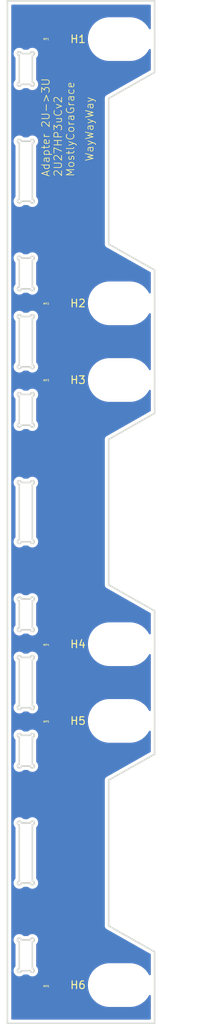
<source format=kicad_pcb>
(kicad_pcb (version 20241229) (generator "pcbnew") (generator_version "9.0")
  (layers (0 "F.Cu" signal) (2 "B.Cu" signal) (13 "F.Paste" user) (15 "B.Paste" user) (5 "F.SilkS" user "F.Silkscreen") (7 "B.SilkS" user "B.Silkscreen") (1 "F.Mask" user) (3 "B.Mask" user) (25 "Edge.Cuts" user))
  (net 0 "")
  (footprint "EXC:MountingHole_5.2mm_M5" (layer "F.Cu") (at 13.1 128.35)
    (property "Reference" "H6" (at -4.35 0 0) (layer "F.SilkS") (effects (justify right)))
    (property "Value" "Eurorack_M5_MountingHole")
    (pad "" np_thru_hole oval (at 0 0) (size 7.8 5.2) (drill oval 7.8 5.2) (layers "*.Cu" "*.Mask"))
  )
  (footprint "EXC:MountingHole_5.2mm_M5" (layer "F.Cu") (at 13.1 49.45)
    (property "Reference" "H3" (at -4.35 0 0) (layer "F.SilkS") (effects (justify right)))
    (property "Value" "Eurorack_M5_MountingHole")
    (pad "" np_thru_hole oval (at 0 0) (size 7.8 5.2) (drill oval 7.8 5.2) (layers "*.Cu" "*.Mask"))
  )
  (footprint "EXC:SolderWirePad_1x01_SMD_1x2mm" (layer "F.Cu") (at 2.3 93.9)
    (property "Reference" "MP5" (at 1.2 0.1 180) (layer "F.SilkS") (effects (font (size 0.25 0.25) (thickness 0.05) (bold yes))))
    (property "Value" "Mechanical_Pad_Solder_Linkage")
    (pad "1" smd roundrect (at 0 0) (size 1 2) (layers "F.Cu" "F.Mask" "F.Paste"))
  )
  (footprint "EXC:MountingHole_5.2mm_M5" (layer "F.Cu") (at 13.1 93.9)
    (property "Reference" "H5" (at -4.35 0 0) (layer "F.SilkS") (effects (justify right)))
    (property "Value" "Eurorack_M5_MountingHole")
    (pad "" np_thru_hole oval (at 0 0) (size 7.8 5.2) (drill oval 7.8 5.2) (layers "*.Cu" "*.Mask"))
  )
  (footprint "EXC:SolderWirePad_1x01_SMD_1x2mm" (layer "F.Cu") (at 2.3 83.9)
    (property "Reference" "MP4" (at 1.2 0.1 180) (layer "F.SilkS") (effects (font (size 0.25 0.25) (thickness 0.05) (bold yes))))
    (property "Value" "Mechanical_Pad_Solder_Linkage")
    (pad "1" smd roundrect (at 0 0) (size 1 2) (layers "F.Cu" "F.Mask" "F.Paste"))
  )
  (footprint "EXC:MountingHole_5.2mm_M5" (layer "F.Cu") (at 13.1 39.45)
    (property "Reference" "H2" (at -4.35 0 0) (layer "F.SilkS") (effects (justify right)))
    (property "Value" "Eurorack_M5_MountingHole")
    (pad "" np_thru_hole oval (at 0 0) (size 7.8 5.2) (drill oval 7.8 5.2) (layers "*.Cu" "*.Mask"))
  )
  (footprint "EXC:SolderWirePad_1x01_SMD_1x2mm" (layer "F.Cu") (at 2.3 5)
    (property "Reference" "MP1" (at 1.2 0 180) (layer "F.SilkS") (effects (font (size 0.25 0.25) (thickness 0.05) (bold yes))))
    (property "Value" "Mechanical_Pad_Solder_Linkage")
    (pad "1" smd roundrect (at 0 0) (size 1 2) (layers "F.Cu" "F.Mask" "F.Paste"))
  )
  (footprint "EXC:SolderWirePad_1x01_SMD_1x2mm" (layer "F.Cu") (at 2.3 49.45)
    (property "Reference" "MP3" (at 1.2 0.05 180) (layer "F.SilkS") (effects (font (size 0.25 0.25) (thickness 0.05) (bold yes))))
    (property "Value" "Mechanical_Pad_Solder_Linkage")
    (pad "1" smd roundrect (at 0 0) (size 1 2) (layers "F.Cu" "F.Mask" "F.Paste"))
  )
  (footprint "EXC:SolderWirePad_1x01_SMD_1x2mm" (layer "F.Cu") (at 2.3 39.45)
    (property "Reference" "MP2" (at 1.2 0.05 180) (layer "F.SilkS") (effects (font (size 0.25 0.25) (thickness 0.05) (bold yes))))
    (property "Value" "Mechanical_Pad_Solder_Linkage")
    (pad "1" smd roundrect (at 0 0) (size 1 2) (layers "F.Cu" "F.Mask" "F.Paste"))
  )
  (footprint "EXC:MountingHole_5.2mm_M5" (layer "F.Cu") (at 13.1 83.9)
    (property "Reference" "H4" (at -4.35 0 0) (layer "F.SilkS") (effects (justify right)))
    (property "Value" "Eurorack_M5_MountingHole")
    (pad "" np_thru_hole oval (at 0 0) (size 7.8 5.2) (drill oval 7.8 5.2) (layers "*.Cu" "*.Mask"))
  )
  (footprint "EXC:MountingHole_5.2mm_M5" (layer "F.Cu") (at 13.1 5)
    (property "Reference" "H1" (at -4.35 0 0) (layer "F.SilkS") (effects (justify right)))
    (property "Value" "Eurorack_M5_MountingHole")
    (pad "" np_thru_hole oval (at 0 0) (size 7.8 5.2) (drill oval 7.8 5.2) (layers "*.Cu" "*.Mask"))
  )
  (footprint "EXC:SolderWirePad_1x01_SMD_1x2mm" (layer "F.Cu") (at 2.3 128.35)
    (property "Reference" "MP6" (at 1.2 0.15 180) (layer "F.SilkS") (effects (font (size 0.25 0.25) (thickness 0.05) (bold yes))))
    (property "Value" "Mechanical_Pad_Solder_Linkage")
    (pad "1" smd roundrect (at 0 0) (size 1 2) (layers "F.Cu" "F.Mask" "F.Paste"))
  )
  (gr_arc (start 1.7 114.785) (mid 1.876777 115.211777) (end 1.45 115.035) (stroke (width 0.2)) (layer "Edge.Cuts"))
  (gr_arc (start 1.7 70.285) (mid 1.876777 70.711777) (end 1.45 70.535) (stroke (width 0.2)) (layer "Edge.Cuts"))
  (gr_line (start 17.65 35.1131) (end 17.65 53.7869) (stroke (width 0.2)) (layer "Edge.Cuts"))
  (gr_line (start 0.25 18.315) (end 1.45 18.315) (stroke (width 0.2)) (layer "Edge.Cuts"))
  (gr_arc (start 0.25 99.795) (mid -0.176777 99.971777) (end 0 99.545) (stroke (width 0.2)) (layer "Edge.Cuts"))
  (gr_line (start 0.25 82.015) (end 1.45 82.015) (stroke (width 0.2)) (layer "Edge.Cuts"))
  (gr_arc (start 1.7 126.215) (mid 1.876777 126.641777) (end 1.45 126.465) (stroke (width 0.2)) (layer "Edge.Cuts"))
  (gr_line (start 17.65 124.013) (end 17.65 133.35) (stroke (width 0.2)) (layer "Edge.Cuts"))
  (gr_line (start 0.25 78.005) (end 1.45 78.005) (stroke (width 0.2)) (layer "Edge.Cuts"))
  (gr_line (start 0 107.465) (end 0 114.785) (stroke (width 0.2)) (layer "Edge.Cuts"))
  (gr_line (start 0.25 41.175) (end 1.45 41.175) (stroke (width 0.2)) (layer "Edge.Cuts"))
  (gr_line (start 11.65 57.2019) (end 11.65 76.1481) (stroke (width 0.2)) (layer "Edge.Cuts"))
  (gr_arc (start 1.45 122.455) (mid 1.876777 122.278223) (end 1.7 122.705) (stroke (width 0.2)) (layer "Edge.Cuts"))
  (gr_line (start 17.65 98.2369) (end 11.65 101.633) (stroke (width 0.2)) (layer "Edge.Cuts"))
  (gr_line (start 1.7 122.705) (end 1.7 126.215) (stroke (width 0.2)) (layer "Edge.Cuts"))
  (gr_arc (start 0.25 26.135) (mid -0.176777 26.311777) (end 0 25.885) (stroke (width 0.2)) (layer "Edge.Cuts"))
  (gr_arc (start 1.7 55.095) (mid 1.876777 55.521777) (end 1.45 55.345) (stroke (width 0.2)) (layer "Edge.Cuts"))
  (gr_arc (start 1.45 41.175) (mid 1.876777 40.998223) (end 1.7 41.425) (stroke (width 0.2)) (layer "Edge.Cuts"))
  (gr_arc (start 1.45 78.005) (mid 1.876777 77.828223) (end 1.7 78.255) (stroke (width 0.2)) (layer "Edge.Cuts"))
  (gr_line (start 11.65 31.7169) (end 17.65 35.1131) (stroke (width 0.2)) (layer "Edge.Cuts"))
  (gr_line (start 1.7 41.425) (end 1.7 47.475) (stroke (width 0.2)) (layer "Edge.Cuts"))
  (gr_line (start 11.65 76.1481) (end 17.65 79.5631) (stroke (width 0.2)) (layer "Edge.Cuts"))
  (gr_line (start 1.7 7.135) (end 1.7 10.645) (stroke (width 0.2)) (layer "Edge.Cuts"))
  (gr_line (start 1.7 63.0651) (end 1.7 70.285) (stroke (width 0.2)) (layer "Edge.Cuts"))
  (gr_arc (start 0.25 10.895) (mid -0.176777 11.071777) (end 0 10.645) (stroke (width 0.2)) (layer "Edge.Cuts"))
  (gr_arc (start 1.7 91.925) (mid 1.876777 92.351777) (end 1.45 92.175) (stroke (width 0.2)) (layer "Edge.Cuts"))
  (gr_arc (start 1.7 37.315) (mid 1.876777 37.741777) (end 1.45 37.565) (stroke (width 0.2)) (layer "Edge.Cuts"))
  (gr_arc (start 0.25 37.565) (mid -0.176777 37.741777) (end 0 37.315) (stroke (width 0.2)) (layer "Edge.Cuts"))
  (gr_line (start -1.55 0) (end -1.55 133.35) (stroke (width 0.2)) (layer "Edge.Cuts"))
  (gr_line (start 11.65 12.733) (end 11.65 31.7169) (stroke (width 0.2)) (layer "Edge.Cuts"))
  (gr_line (start 0.25 99.795) (end 1.45 99.795) (stroke (width 0.2)) (layer "Edge.Cuts"))
  (gr_arc (start 0 96.035) (mid -0.176777 95.608223) (end 0.25 95.785) (stroke (width 0.2)) (layer "Edge.Cuts"))
  (gr_line (start 0.25 85.625) (end 1.45 85.625) (stroke (width 0.2)) (layer "Edge.Cuts"))
  (gr_line (start 17.65 0) (end 17.65 9.33688) (stroke (width 0.2)) (layer "Edge.Cuts"))
  (gr_arc (start 1.45 95.785) (mid 1.876777 95.608223) (end 1.7 96.035) (stroke (width 0.2)) (layer "Edge.Cuts"))
  (gr_arc (start 1.7 81.765) (mid 1.876777 82.191777) (end 1.45 82.015) (stroke (width 0.2)) (layer "Edge.Cuts"))
  (gr_line (start 1.7 85.875) (end 1.7 91.925) (stroke (width 0.2)) (layer "Edge.Cuts"))
  (gr_line (start 0 122.705) (end 0 126.215) (stroke (width 0.2)) (layer "Edge.Cuts"))
  (gr_line (start 0.25 126.465) (end 1.45 126.465) (stroke (width 0.2)) (layer "Edge.Cuts"))
  (gr_line (start 0.25 10.895) (end 1.45 10.895) (stroke (width 0.2)) (layer "Edge.Cuts"))
  (gr_line (start 0.25 33.555) (end 1.45 33.555) (stroke (width 0.2)) (layer "Edge.Cuts"))
  (gr_arc (start 0 7.135) (mid -0.176777 6.708223) (end 0.25 6.885) (stroke (width 0.2)) (layer "Edge.Cuts"))
  (gr_line (start 0 96.035) (end 0 99.545) (stroke (width 0.2)) (layer "Edge.Cuts"))
  (gr_arc (start 1.7 47.475) (mid 1.876777 47.901777) (end 1.45 47.725) (stroke (width 0.2)) (layer "Edge.Cuts"))
  (gr_arc (start 0.25 126.465) (mid -0.176777 126.641777) (end 0 126.215) (stroke (width 0.2)) (layer "Edge.Cuts"))
  (gr_line (start 0.25 51.335) (end 1.45 51.335) (stroke (width 0.2)) (layer "Edge.Cuts"))
  (gr_arc (start 1.7 10.645) (mid 1.876777 11.071777) (end 1.45 10.895) (stroke (width 0.2)) (layer "Edge.Cuts"))
  (gr_line (start 17.65 53.7869) (end 11.65 57.2019) (stroke (width 0.2)) (layer "Edge.Cuts"))
  (gr_line (start 0.25 26.135) (end 1.45 26.135) (stroke (width 0.2)) (layer "Edge.Cuts"))
  (gr_line (start 0.25 115.035) (end 1.45 115.035) (stroke (width 0.2)) (layer "Edge.Cuts"))
  (gr_line (start 0 7.135) (end 0 10.645) (stroke (width 0.2)) (layer "Edge.Cuts"))
  (gr_arc (start 0 41.425) (mid -0.176777 40.998223) (end 0.25 41.175) (stroke (width 0.2)) (layer "Edge.Cuts"))
  (gr_line (start 0.25 122.455) (end 1.45 122.455) (stroke (width 0.2)) (layer "Edge.Cuts"))
  (gr_line (start 0.25 47.725) (end 1.45 47.725) (stroke (width 0.2)) (layer "Edge.Cuts"))
  (gr_line (start -1.55 0) (end 17.65 0) (stroke (width 0.2)) (layer "Edge.Cuts"))
  (gr_line (start 17.65 9.33688) (end 11.65 12.733) (stroke (width 0.2)) (layer "Edge.Cuts"))
  (gr_line (start 17.65 79.5631) (end 17.65 98.2369) (stroke (width 0.2)) (layer "Edge.Cuts"))
  (gr_arc (start 0 51.585) (mid -0.176777 51.158223) (end 0.25 51.335) (stroke (width 0.2)) (layer "Edge.Cuts"))
  (gr_line (start 0.25 95.785) (end 1.45 95.785) (stroke (width 0.2)) (layer "Edge.Cuts"))
  (gr_line (start 1.7 33.805) (end 1.7 37.315) (stroke (width 0.2)) (layer "Edge.Cuts"))
  (gr_arc (start 0 122.705) (mid -0.176777 122.278223) (end 0.25 122.455) (stroke (width 0.2)) (layer "Edge.Cuts"))
  (gr_line (start 0.25 70.535) (end 1.45 70.535) (stroke (width 0.2)) (layer "Edge.Cuts"))
  (gr_line (start 0.25 62.8151) (end 1.45 62.8151) (stroke (width 0.2)) (layer "Edge.Cuts"))
  (gr_line (start 0 41.425) (end 0 47.475) (stroke (width 0.2)) (layer "Edge.Cuts"))
  (gr_line (start 11.65 101.633) (end 11.65 120.617) (stroke (width 0.2)) (layer "Edge.Cuts"))
  (gr_arc (start 1.45 33.555) (mid 1.876777 33.378223) (end 1.7 33.805) (stroke (width 0.2)) (layer "Edge.Cuts"))
  (gr_line (start 1.7 78.255) (end 1.7 81.765) (stroke (width 0.2)) (layer "Edge.Cuts"))
  (gr_arc (start 1.45 107.215) (mid 1.876777 107.038223) (end 1.7 107.465) (stroke (width 0.2)) (layer "Edge.Cuts"))
  (gr_arc (start 0 33.805) (mid -0.176777 33.378223) (end 0.25 33.555) (stroke (width 0.2)) (layer "Edge.Cuts"))
  (gr_line (start 11.65 120.617) (end 17.65 124.013) (stroke (width 0.2)) (layer "Edge.Cuts"))
  (gr_arc (start 1.45 6.885) (mid 1.876777 6.708223) (end 1.7 7.135) (stroke (width 0.2)) (layer "Edge.Cuts"))
  (gr_arc (start 1.45 85.625) (mid 1.876777 85.448223) (end 1.7 85.875) (stroke (width 0.2)) (layer "Edge.Cuts"))
  (gr_line (start 0.25 107.215) (end 1.45 107.215) (stroke (width 0.2)) (layer "Edge.Cuts"))
  (gr_line (start 1.7 51.585) (end 1.7 55.095) (stroke (width 0.2)) (layer "Edge.Cuts"))
  (gr_arc (start 1.7 99.545) (mid 1.876777 99.971777) (end 1.45 99.795) (stroke (width 0.2)) (layer "Edge.Cuts"))
  (gr_arc (start 1.7 25.885) (mid 1.876777 26.311777) (end 1.45 26.135) (stroke (width 0.2)) (layer "Edge.Cuts"))
  (gr_arc (start 0 85.875) (mid -0.176777 85.448223) (end 0.25 85.625) (stroke (width 0.2)) (layer "Edge.Cuts"))
  (gr_line (start 0 78.255) (end 0 81.765) (stroke (width 0.2)) (layer "Edge.Cuts"))
  (gr_line (start 0 33.805) (end 0 37.315) (stroke (width 0.2)) (layer "Edge.Cuts"))
  (gr_arc (start 0 18.565) (mid -0.176777 18.138223) (end 0.25 18.315) (stroke (width 0.2)) (layer "Edge.Cuts"))
  (gr_arc (start 1.45 51.335) (mid 1.876777 51.158223) (end 1.7 51.585) (stroke (width 0.2)) (layer "Edge.Cuts"))
  (gr_line (start 1.7 18.565) (end 1.7 25.885) (stroke (width 0.2)) (layer "Edge.Cuts"))
  (gr_arc (start 0 63.0651) (mid -0.176777 62.638323) (end 0.25 62.8151) (stroke (width 0.2)) (layer "Edge.Cuts"))
  (gr_arc (start 0.25 82.015) (mid -0.176777 82.191777) (end 0 81.765) (stroke (width 0.2)) (layer "Edge.Cuts"))
  (gr_arc (start 1.45 62.8151) (mid 1.876777 62.638323) (end 1.7 63.0651) (stroke (width 0.2)) (layer "Edge.Cuts"))
  (gr_arc (start 0.25 47.725) (mid -0.176777 47.901777) (end 0 47.475) (stroke (width 0.2)) (layer "Edge.Cuts"))
  (gr_line (start 0 63.0651) (end 0 70.285) (stroke (width 0.2)) (layer "Edge.Cuts"))
  (gr_line (start 0.25 55.345) (end 1.45 55.345) (stroke (width 0.2)) (layer "Edge.Cuts"))
  (gr_line (start 1.7 107.465) (end 1.7 114.785) (stroke (width 0.2)) (layer "Edge.Cuts"))
  (gr_line (start 0 51.585) (end 0 55.095) (stroke (width 0.2)) (layer "Edge.Cuts"))
  (gr_line (start 0 85.875) (end 0 91.925) (stroke (width 0.2)) (layer "Edge.Cuts"))
  (gr_line (start 17.65 133.35) (end -1.55 133.35) (stroke (width 0.2)) (layer "Edge.Cuts"))
  (gr_line (start 0 18.565) (end 0 25.885) (stroke (width 0.2)) (layer "Edge.Cuts"))
  (gr_arc (start 0.25 55.345) (mid -0.176777 55.521777) (end 0 55.095) (stroke (width 0.2)) (layer "Edge.Cuts"))
  (gr_line (start 1.7 96.035) (end 1.7 99.545) (stroke (width 0.2)) (layer "Edge.Cuts"))
  (gr_arc (start 0.25 115.035) (mid -0.176777 115.211777) (end 0 114.785) (stroke (width 0.2)) (layer "Edge.Cuts"))
  (gr_arc (start 0 78.255) (mid -0.176777 77.828223) (end 0.25 78.005) (stroke (width 0.2)) (layer "Edge.Cuts"))
  (gr_arc (start 0.25 92.175) (mid -0.176777 92.351777) (end 0 91.925) (stroke (width 0.2)) (layer "Edge.Cuts"))
  (gr_arc (start 0.25 70.535) (mid -0.176777 70.711777) (end 0 70.285) (stroke (width 0.2)) (layer "Edge.Cuts"))
  (gr_line (start 0.25 37.565) (end 1.45 37.565) (stroke (width 0.2)) (layer "Edge.Cuts"))
  (gr_arc (start 0 107.465) (mid -0.176777 107.038223) (end 0.25 107.215) (stroke (width 0.2)) (layer "Edge.Cuts"))
  (gr_arc (start 1.45 18.315) (mid 1.876777 18.138223) (end 1.7 18.565) (stroke (width 0.2)) (layer "Edge.Cuts"))
  (gr_line (start 0.25 92.175) (end 1.45 92.175) (stroke (width 0.2)) (layer "Edge.Cuts"))
  (gr_line (start 0.25 6.885) (end 1.45 6.885) (stroke (width 0.2)) (layer "Edge.Cuts"))
  (gr_text "Adapter 2U->3U\n2U27HP3uCv2\nMostlyCoraGrace" (at 7.25 23 90) (layer "F.SilkS") (effects (font (size 1 1) (thickness 0.1)) (justify left bottom)))
  (gr_text "WayWayWay" (at 9.75 21 90) (layer "F.SilkS") (effects (font (size 1 1) (thickness 0.1)) (justify left bottom)))
  (zone (net 0) (net_name "") (layers "F.Cu" "B.Cu") (connect_pads (clearance 0.5)) (min_thickness 0.25) (fill yes (thermal_gap 0.5) (thermal_bridge_width 0.5) (island_removal_mode 1) (island_area_min 10))
    (polygon (pts (xy -1.5 0) (xy 17.75 0) (xy 17.75 9.25) (xy 11.5 12.75) (xy 11.5 31.75) (xy 17.5 35.25) (xy 17.5 53.75) (xy 11.5 57.25) (xy 11.5 76.25) (xy 17.75 79.75) (xy 17.75 98.25) (xy 11.5 101.75) (xy 11.5 120.75) (xy 17.75 124.25) (xy 17.75 133.25) (xy -1.5 133.25)))
  )
)
</source>
